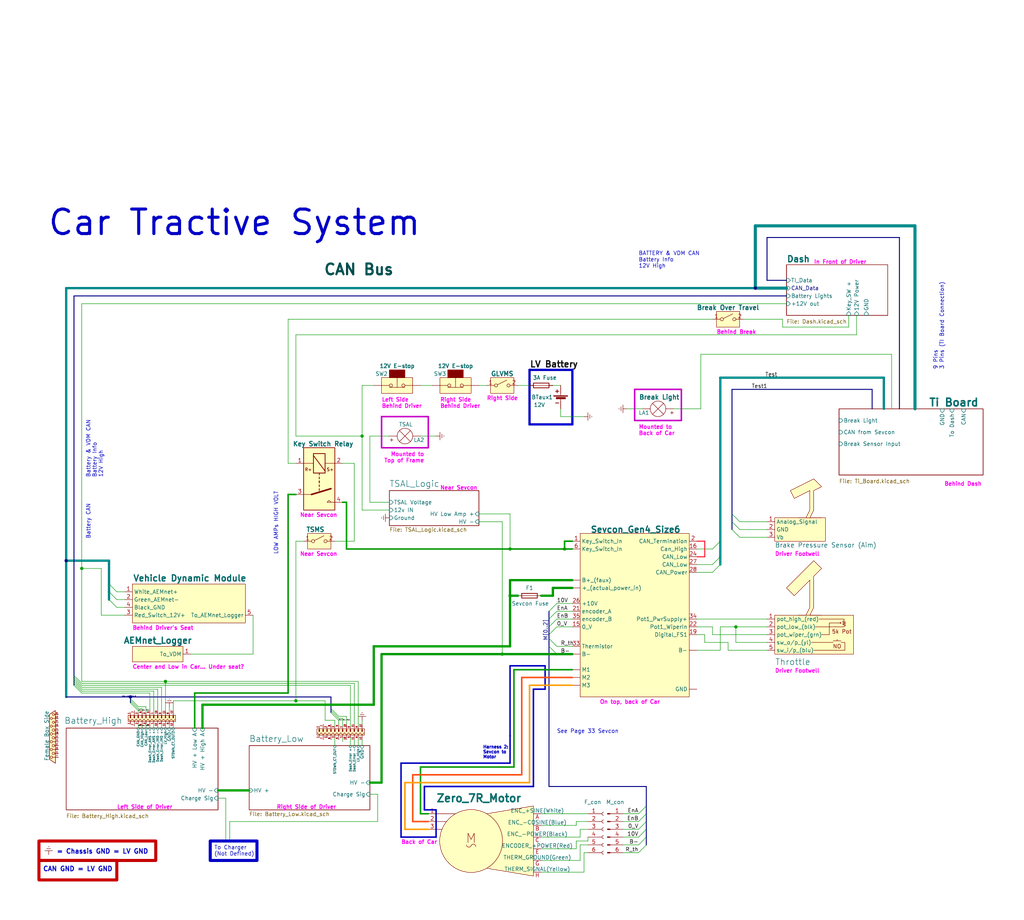
<source format=kicad_sch>
(kicad_sch (version 20230121) (generator eeschema)
  (paper "User" 334.01 300.025)
  (title_block (title "Tractive System") (date "2023-05-03") (rev "Print 1"))
  (lib_symbols
    (symbol "CamachosSymbols:SW_SPST" (pin_names (offset 0) hide)
      (property "Reference" "SW" (at 0 3.175 0))
      (property "Value" "SW_SPST" (at 0 -2.54 0))
      (symbol "SW_SPST_1_1"
        (pin passive line (at -5.08 0 0) (length 2.54) (name "A") (number "1"))
        (pin passive line (at 5.08 0 180) (length 2.54) (name "B") (number "2"))
      )
    )
    (symbol "CamachosSymbols:Safety Switch" (pin_numbers hide) (pin_names (offset 1.016) hide)
      (property "Reference" "SW?" (at 0 7.62 0))
      (property "Value" "Safety Switch" (at 0 6.35 0))
      (symbol "Safety Switch_0_1"
        (pin passive line (at -7.62 0 0) (length 2.54) (name "A") (number "1"))
      )
      (symbol "Safety Switch_1_1"
        (pin passive line (at 7.62 0 180) (length 2.54) (name "B") (number "2"))
      )
    )
    (symbol "CamachosSymbols:Sevcon_Gen4_Size6"
      (property "Value" "Sevcon_Gen4_Size6" (at 10.16 16.51 0))
      (symbol "Sevcon_Gen4_Size6_1_1"
        (pin passive line (at -20.32 -2.54 0) (length 2.54) (name "+_(actual_power_in)") (number ""))
        (pin passive line (at -20.32 0 0) (length 2.54) (name "B+_(faux)") (number ""))
        (pin passive line (at -20.32 -24.13 0) (length 2.54) (name "B-") (number ""))
        (pin passive line (at 20.32 -22.86 180) (length 2.54) (name "B-") (number ""))
        (pin passive line (at 20.32 -35.56 180) (length 2.54) (name "GND") (number ""))
        (pin passive line (at -20.32 -29.21 0) (length 2.54) (name "M1") (number ""))
        (pin passive line (at -20.32 -31.75 0) (length 2.54) (name "M2") (number ""))
        (pin passive line (at -20.32 -34.29 0) (length 2.54) (name "M3") (number ""))
        (pin passive line (at -20.32 12.7 0) (length 2.54) (name "Key_Switch_In") (number "1"))
        (pin passive line (at -20.32 -15.24 0) (length 2.54) (name "0_V") (number "15"))
        (pin passive line (at 20.32 10.16 180) (length 2.54) (name "Can_High") (number "16"))
        (pin passive line (at 20.32 -17.78 180) (length 2.54) (name "Digital_FS1") (number "19"))
        (pin passive line (at 20.32 12.7 180) (length 2.54) (name "CAN_Termination") (number "2"))
        (pin passive line (at -20.32 -10.16 0) (length 2.54) (name "encoder_A") (number "21"))
        (pin passive line (at 20.32 -15.24 180) (length 2.54) (name "Pot1_WiperIn") (number "22"))
        (pin passive line (at 20.32 7.62 180) (length 2.54) (name "CAN_Low") (number "24"))
        (pin passive line (at -20.32 -7.62 0) (length 2.54) (name "+10V") (number "26"))
        (pin passive line (at 20.32 5.08 180) (length 2.54) (name "CAN_Low") (number "27"))
        (pin passive line (at 20.32 2.54 180) (length 2.54) (name "CAN_Power") (number "28"))
        (pin passive line (at -20.32 7.62 0) (length 2.54) hide (name "Line_Contactor_(Cont1)") (number "3"))
        (pin passive line (at -20.32 -21.59 0) (length 2.54) (name "Thermistor") (number "33"))
        (pin passive line (at 20.32 -12.7 180) (length 2.54) (name "Pot1_PwrSupply+") (number "34"))
        (pin passive line (at -20.32 -12.7 0) (length 2.54) (name "encoder_B") (number "35"))
        (pin passive line (at -20.32 5.08 0) (length 2.54) hide (name "Cont1_Supply_(+)") (number "4"))
        (pin passive line (at -20.32 10.16 0) (length 2.54) (name "Key_Switch_In") (number "6"))
      )
    )
    (symbol "CamachosSymbols:Throttle"
      (property "Value" "Throttle" (at 12.7 11.43 0))
      (symbol "Throttle_0_0"
        (text "5k Pot" (at 14.224 -2.794 0) (effects (font (size 1.27 1.27))))
        (text "NO" (at 12.7 -7.62 0) (effects (font (size 1.27 1.27))))
      )
      (symbol "Throttle_1_1"
        (pin passive line (at -10.16 1.27 0) (length 2.54) (name "pot_high_(red)") (number "1"))
        (pin passive line (at -10.16 -1.27 0) (length 2.54) (name "pot_low_(blk)") (number "2"))
        (pin passive line (at -10.16 -3.81 0) (length 2.54) (name "pot_wiper_(grn)") (number "3"))
        (pin passive line (at -10.16 -6.35 0) (length 2.54) (name "sw_o/p_(yl)") (number "4"))
        (pin passive line (at -10.16 -8.89 0) (length 2.54) (name "sw_i/p_(blu)") (number "5"))
      )
    )
    (symbol "CamachosSymbols:Zero_7R_Motor" (pin_names (offset 0))
      (property "Reference" "M?" (at -0.635 16.51 0))
      (property "Value" "Zero_7R_Motor" (at -0.635 13.97 0))
      (symbol "Zero_7R_Motor_1_1"
        (pin passive line (at 16.51 8.89 180) (length 2.54) (name "~") (number "1"))
        (pin passive line (at 16.51 6.35 180) (length 2.54) (name "~") (number "2"))
        (pin passive line (at 16.51 3.81 180) (length 2.54) (name "~") (number "3"))
        (pin passive line (at -20.32 8.89 0) (length 2.54) (name "ENC_+SINE(White)") (number "A"))
        (pin passive line (at -20.32 5.08 0) (length 2.54) (name "ENC_-COSINE(Blue)") (number "B"))
        (pin passive line (at -20.32 1.27 0) (length 2.54) (name "ENC_-POWER(Black)") (number "C"))
        (pin passive line (at -20.32 -2.54 0) (length 2.54) (name "ENCODER_+POWER(Red)") (number "E"))
        (pin passive line (at -20.32 -6.35 0) (length 2.54) (name "THERM_GROUND(Green)") (number "G"))
        (pin passive line (at -20.32 -10.16 0) (length 2.54) (name "THERM_SIGNAL(Yellow)") (number "H"))
      )
    )
    (symbol "Connector:Conn_01x06_Female" (pin_names (offset 1.016) hide)
      (property "Reference" "J" (at 0 7.62 0))
      (property "Value" "Conn_01x06_Female" (at 0 -10.16 0))
      (symbol "Conn_01x06_Female_1_1"
        (pin passive line (at -5.08 5.08 0) (length 3.81) (name "Pin_1") (number "1"))
        (pin passive line (at -5.08 2.54 0) (length 3.81) (name "Pin_2") (number "2"))
        (pin passive line (at -5.08 0 0) (length 3.81) (name "Pin_3") (number "3"))
        (pin passive line (at -5.08 -2.54 0) (length 3.81) (name "Pin_4") (number "4"))
        (pin passive line (at -5.08 -5.08 0) (length 3.81) (name "Pin_5") (number "5"))
        (pin passive line (at -5.08 -7.62 0) (length 3.81) (name "Pin_6") (number "6"))
      )
    )
    (symbol "Connector:Conn_01x06_Male" (pin_names (offset 1.016) hide)
      (property "Reference" "J" (at 0 7.62 0))
      (property "Value" "Conn_01x06_Male" (at 0 -10.16 0))
      (symbol "Conn_01x06_Male_1_1"
        (pin passive line (at 5.08 5.08 180) (length 3.81) (name "Pin_1") (number "1"))
        (pin passive line (at 5.08 2.54 180) (length 3.81) (name "Pin_2") (number "2"))
        (pin passive line (at 5.08 0 180) (length 3.81) (name "Pin_3") (number "3"))
        (pin passive line (at 5.08 -2.54 180) (length 3.81) (name "Pin_4") (number "4"))
        (pin passive line (at 5.08 -5.08 180) (length 3.81) (name "Pin_5") (number "5"))
        (pin passive line (at 5.08 -7.62 180) (length 3.81) (name "Pin_6") (number "6"))
      )
    )
    (symbol "Connector:Conn_01x06_Pin" (pin_names (offset 1.016) hide)
      (symbol "Conn_01x06_Pin_1_1"
        (pin passive line (at -1.778 6.35 0) (length 0.5) (name "Pin_1") (number "1"))
        (pin passive line (at 2.032 6.35 180) (length 0.5) (name "Pin_1") (number "1"))
        (pin passive line (at -2.413 -2.54 0) (length 1) (name "Pin_4") (number "10"))
        (pin passive line (at 2.667 -2.54 180) (length 1) (name "Pin_4") (number "10"))
        (pin passive line (at -2.413 -5.08 0) (length 1) (name "Pin_5") (number "11"))
        (pin passive line (at 2.667 -5.08 180) (length 1) (name "Pin_5") (number "11"))
        (pin passive line (at -2.413 -7.62 0) (length 1) (name "Pin_6") (number "12"))
        (pin passive line (at 2.667 -7.62 180) (length 1) (name "Pin_6") (number "12"))
        (pin passive line (at -1.778 3.81 0) (length 0.5) (name "Pin_2") (number "2"))
        (pin passive line (at 2.032 3.81 180) (length 0.5) (name "Pin_2") (number "2"))
        (pin passive line (at -1.778 1.27 0) (length 0.5) (name "Pin_3") (number "3"))
        (pin passive line (at 2.032 1.27 180) (length 0.5) (name "Pin_3") (number "3"))
        (pin passive line (at -1.778 -1.27 0) (length 0.5) (name "Pin_4") (number "4"))
        (pin passive line (at 2.032 -1.27 180) (length 0.5) (name "Pin_4") (number "4"))
        (pin passive line (at -1.778 -3.81 0) (length 0.5) (name "Pin_5") (number "5"))
        (pin passive line (at 2.032 -3.81 180) (length 0.5) (name "Pin_5") (number "5"))
        (pin passive line (at -1.778 -6.35 0) (length 0.5) (name "Pin_6") (number "6"))
        (pin passive line (at 2.032 -6.35 180) (length 0.5) (name "Pin_6") (number "6"))
        (pin passive line (at -2.413 5.08 0) (length 1) (name "Pin_1") (number "7"))
        (pin passive line (at 2.667 5.08 180) (length 1) (name "Pin_1") (number "7"))
        (pin passive line (at -2.413 2.54 0) (length 1) (name "Pin_2") (number "8"))
        (pin passive line (at 2.667 2.54 180) (length 1) (name "Pin_2") (number "8"))
        (pin passive line (at -2.413 0 0) (length 1) (name "Pin_3") (number "9"))
        (pin passive line (at 2.667 0 180) (length 1) (name "Pin_3") (number "9"))
      )
    )
    (symbol "Connector:DA15_Receptacle" (pin_names (offset 1.016) hide)
      (property "Value" "Female Box Side" (at -7.62 -3.81 0))
      (symbol "DA15_Receptacle_1_1"
        (pin passive line (at 6.35 0.0348 270) (length 1) (name "1") (number "1"))
        (pin passive line (at 0 0.0348 270) (length 1) (name "P10") (number "10"))
        (pin passive line (at -2.54 0.0348 270) (length 1) (name "") (number "11"))
        (pin passive line (at -5.08 0 270) (length 1) (name "P12") (number "12"))
        (pin passive line (at 3.81 0 270) (length 1) (name "2") (number "2"))
        (pin passive line (at 1.27 0 270) (length 1) (name "3") (number "3"))
        (pin passive line (at -1.27 0 270) (length 1) (name "4") (number "4"))
        (pin passive line (at -3.81 0 270) (length 1) (name "5") (number "5"))
        (pin passive line (at -6.35 0 270) (length 1) (name "6") (number "6"))
        (pin passive line (at 7.62 0 270) (length 1) (name "7") (number "7"))
        (pin passive line (at 5.08 0.0348 270) (length 1) (name "8") (number "8"))
        (pin passive line (at 2.54 0.0348 270) (length 1) (name "P9") (number "9"))
      )
    )
    (symbol "Device:Battery_Cell" (pin_numbers hide) (pin_names (offset 0) hide)
      (property "Reference" "BTaux1" (at 2.54 1.27 0))
      (property "Value" "12V" (at 5.08 -1.27 0))
      (symbol "Battery_Cell_1_1"
        (pin passive line (at 0 5.08 270) (length 2.54) (name "+") (number "1"))
        (pin passive line (at 0 -2.54 90) (length 2.54) (name "-") (number "2"))
      )
    )
    (symbol "Device:Fuse" (pin_numbers hide) (pin_names (offset 0))
      (property "Reference" "F" (at 2.032 0 90))
      (property "Value" "Fuse" (at -1.905 0 90))
      (symbol "Fuse_1_1"
        (pin passive line (at 0 3.81 270) (length 1.27) (name "~") (number "1"))
        (pin passive line (at 0 -3.81 90) (length 1.27) (name "~") (number "2"))
      )
    )
    (symbol "Lamp_4" (pin_numbers hide) (pin_names (offset 0.0254) hide)
      (property "Reference" "LA4" (at 6.35 1.27 0))
      (property "Value" "Keyswitch Light" (at 7.62 -3.81 0))
      (symbol "Lamp_4_0_0"
        (text "+" (at -4.445 1.27 900) (effects (font (size 1.27 1.27))))
      )
      (symbol "Lamp_4_1_1"
        (pin passive line (at 5.08 0 180) (length 2.54) (name "-") (number "1"))
        (pin passive line (at -5.08 0 0) (length 2.54) (name "+") (number "2"))
      )
    )
    (symbol "Relay:ADW11"
      (property "Reference" "K?" (at -2.54 15.24 0))
      (property "Value" "Line Contactor" (at 1.27 12.7 0))
      (symbol "ADW11_1_1"
        (text "R+" (at -2.286 4.318 0) (effects (font (size 1.016 1.016))))
        (text "S+" (at 4.826 4.318 0) (effects (font (size 1.016 1.016))))
        (pin passive line (at -6.35 6.35 0) (length 2.54) (name "~") (number "1"))
        (pin passive line (at 8.89 6.35 180) (length 2.54) (name "~") (number "2"))
        (pin passive line (at -6.35 -3.81 0) (length 2.54) (name "~") (number "3"))
        (pin passive line (at 8.89 -6.35 180) (length 2.54) (name "~") (number "4"))
      )
    )
    (symbol "Sevcon_Gen4_Size6_1"
      (property "Value" "Vehicle Dynamic Module" (at 19.685 8.255 0))
      (symbol "Sevcon_Gen4_Size6_1_1_1"
        (pin bidirectional line (at -20.32 3.81 0) (length 2.54) (name "White_AEMnet+") (number "1"))
        (pin bidirectional line (at -20.32 1.27 0) (length 2.54) (name "Green_AEMnet-") (number "2"))
        (pin input line (at -20.32 -3.81 0) (length 2.54) (name "Red_Switch_12V+") (number "3"))
        (pin input line (at -20.32 -1.27 0) (length 2.54) (name "Black_GND") (number "4"))
        (pin bidirectional line (at 21.59 -3.81 180) (length 2.54) (name "To_AEMnet_Logger") (number "5"))
      )
    )
    (symbol "Sevcon_Gen4_Size6_2"
      (property "Value" "AEMnet_Logger" (at 12.065 4.445 0))
      (symbol "Sevcon_Gen4_Size6_2_1_1"
        (pin bidirectional line (at 11.43 0 180) (length 2.54) (name "To_VDM") (number "1"))
      )
    )
    (symbol "Throttle_1"
      (property "Value" "Brake (AiM Pressure Sensor)" (at -6.35 6.35 0))
      (symbol "Throttle_1_1_1"
        (pin passive line (at -10.16 1.27 0) (length 2.54) (name "Analog_Signal") (number "1"))
        (pin passive line (at -10.16 -1.27 0) (length 2.54) (name "GND") (number "2"))
        (pin passive line (at -10.16 -3.81 0) (length 2.54) (name "Vb") (number "3"))
      )
    )
    (symbol "power:Earth" (power) (pin_names (offset 0))
      (symbol "Earth_1_1"
        (pin power_in line (at 0 0 270) (length 0) hide (name "Earth") (number "1"))
      )
    )
  )
  (bus_alias "Temp?" (members "Test" "Test1"))
  (junction (at 118.11 142.24))
  (junction (at 26.67 185.42))
  (junction (at 240.03 204.47))
  (junction (at 246.38 93.98))
  (junction (at 42.545 227.33))
  (junction (at 166.37 194.31))
  (junction (at 184.15 179.07))
  (junction (at 166.37 179.07))
  (junction (at 96.52 228.6))
  (junction (at 53.975 222.25))
  (junction (at 21.59 182.88))
  (junction (at 163.83 213.36))
  (bus_entry (at 35.56 190.5) (size 2.54 2.54))
  (bus_entry (at 179.07 204.47) (size 2.54 -2.54))
  (bus_entry (at 42.545 228.6) (size 2.54 2.54))
  (bus_entry (at 107.95 231.775) (size 2.54 2.54))
  (bus_entry (at 24.13 220.345) (size 2.54 2.54))
  (bus_entry (at 232.41 184.15) (size 2.54 -2.54))
  (bus_entry (at 232.41 186.69) (size 2.54 -2.54))
  (bus_entry (at 210.82 275.59) (size -2.54 2.54))
  (bus_entry (at 179.07 207.01) (size 2.54 -2.54))
  (bus_entry (at 210.82 265.43) (size -2.54 2.54))
  (bus_entry (at 210.82 273.05) (size -2.54 2.54))
  (bus_entry (at 24.13 221.615) (size 2.54 2.54))
  (bus_entry (at 210.82 267.97) (size -2.54 2.54))
  (bus_entry (at 24.13 222.25) (size 2.54 2.54))
  (bus_entry (at 35.56 193.04) (size 2.54 2.54))
  (bus_entry (at 238.76 170.18) (size 2.54 2.54))
  (bus_entry (at 179.07 199.39) (size 2.54 -2.54))
  (bus_entry (at 179.07 201.93) (size 2.54 -2.54))
  (bus_entry (at 35.56 195.58) (size 2.54 2.54))
  (bus_entry (at 210.82 262.89) (size -2.54 2.54))
  (bus_entry (at 210.82 270.51) (size -2.54 2.54))
  (bus_entry (at 107.95 232.41) (size 2.54 2.54))
  (bus_entry (at 24.13 220.98) (size 2.54 2.54))
  (bus_entry (at 238.76 167.64) (size 2.54 2.54))
  (bus_entry (at 107.95 231.14) (size 2.54 2.54))
  (bus_entry (at 181.61 210.82) (size -2.54 -2.54))
  (bus_entry (at 24.13 223.52) (size 2.54 2.54))
  (bus_entry (at 24.13 222.885) (size 2.54 2.54))
  (bus_entry (at 238.76 172.72) (size 2.54 2.54))
  (bus_entry (at 42.545 229.235) (size 2.54 2.54))
  (bus_entry (at 42.545 227.965) (size 2.54 2.54))
  (bus_entry (at 179.07 210.82) (size 2.54 2.54))
  (bus_entry (at 232.41 179.07) (size 2.54 -2.54))
  (wire (pts (xy 93.98 161.29) (xy 93.98 226.06)) (stroke (width 0.5)))
  (polyline (pts (xy 166.37 240.03) (xy 166.37 248.92)) (stroke (width 0.5)))
  (bus (pts (xy 210.82 273.05) (xy 210.82 275.59)))
  (wire (pts (xy 111.76 240.665) (xy 111.76 241.935)))
  (wire (pts (xy 74.93 267.97) (xy 74.93 274.32)))
  (wire (pts (xy 118.11 125.73) (xy 121.92 125.73)))
  (wire (pts (xy 93.98 151.13) (xy 93.98 104.14)))
  (wire (pts (xy 190.5 278.13) (xy 190.5 284.48)))
  (wire (pts (xy 250.19 212.09) (xy 237.49 212.09)))
  (polyline (pts (xy 138.43 264.16) (xy 138.43 260.35)) (stroke (width 0.5)))
  (bus (pts (xy 238.76 167.64) (xy 238.76 170.18)))
  (wire (pts (xy 26.67 224.79) (xy 51.435 224.79)))
  (wire (pts (xy 26.67 226.06) (xy 48.895 226.06)))
  (wire (pts (xy 189.23 270.51) (xy 191.77 270.51)))
  (wire (pts (xy 73.66 260.35) (xy 73.66 274.32)))
  (wire (pts (xy 234.95 204.47) (xy 234.95 212.09)))
  (wire (pts (xy 118.11 166.37) (xy 127 166.37)))
  (wire (pts (xy 184.15 176.53) (xy 186.69 176.53)) (stroke (width 0.5)))
  (bus (pts (xy 234.95 176.53) (xy 234.95 181.61)) (stroke (width 0.75) (color 0 132 132 1)))
  (wire (pts (xy 208.28 273.05) (xy 203.2 273.05)))
  (bus (pts (xy 250.19 77.47) (xy 293.37 77.47)))
  (wire (pts (xy 227.33 179.07) (xy 232.41 179.07)))
  (polyline (pts (xy 138.43 256.54) (xy 138.43 260.35)) (stroke (width 0.5)))
  (wire (pts (xy 52.705 236.22) (xy 52.705 237.49)))
  (wire (pts (xy 191.77 278.13) (xy 190.5 278.13)))
  (bus (pts (xy 21.59 182.88) (xy 35.56 182.88)) (stroke (width 0.75) (color 0 132 132 1)))
  (wire (pts (xy 181.61 196.85) (xy 186.69 196.85)))
  (wire (pts (xy 38.1 198.12) (xy 40.64 198.12)))
  (polyline (pts (xy 166.37 217.17) (xy 177.8 217.17)) (stroke (width 0.5)))
  (wire (pts (xy 26.67 225.425) (xy 50.165 225.425)))
  (wire (pts (xy 191.77 265.43) (xy 176.53 265.43)))
  (wire (pts (xy 181.61 204.47) (xy 186.69 204.47)))
  (polyline (pts (xy 173.99 224.79) (xy 177.8 224.79)) (stroke (width 0.5)))
  (wire (pts (xy 116.84 222.25) (xy 116.84 236.855)))
  (polyline (pts (xy 186.69 138.43) (xy 186.69 120.65)) (stroke (width 0.75) (type solid)))
  (bus (pts (xy 24.13 220.345) (xy 24.13 220.98)))
  (bus (pts (xy 179.07 210.82) (xy 179.07 256.54)))
  (wire (pts (xy 240.03 204.47) (xy 250.19 204.47)))
  (bus (pts (xy 298.45 73.66) (xy 298.45 133.35)) (stroke (width 1) (color 0 132 132 1)))
  (bus (pts (xy 107.95 231.14) (xy 107.95 231.775)))
  (polyline (pts (xy 173.99 224.79) (xy 173.99 256.54)) (stroke (width 0.5)))
  (wire (pts (xy 53.975 236.855) (xy 53.975 237.49)))
  (wire (pts (xy 113.03 163.83) (xy 111.76 163.83)) (stroke (width 0.5)))
  (polyline (pts (xy 166.37 248.92) (xy 130.81 248.92)) (stroke (width 0.5)))
  (wire (pts (xy 187.96 269.24) (xy 187.96 267.97)))
  (wire (pts (xy 172.72 255.27) (xy 132.08 255.27)) (stroke (width 0.5) (color 255 153 0 1)))
  (wire (pts (xy 26.67 222.25) (xy 53.975 222.25)))
  (wire (pts (xy 26.67 99.06) (xy 26.67 185.42)))
  (wire (pts (xy 62.23 213.36) (xy 82.55 213.36)))
  (wire (pts (xy 181.61 213.36) (xy 186.69 213.36)) (stroke (width 0.75)))
  (wire (pts (xy 137.16 125.73) (xy 140.97 125.73)))
  (wire (pts (xy 93.98 161.29) (xy 96.52 161.29)) (stroke (width 0.5)))
  (wire (pts (xy 63.5 226.06) (xy 63.5 237.49)) (stroke (width 0.5)))
  (wire (pts (xy 120.65 255.27) (xy 124.46 255.27)) (stroke (width 0.75)))
  (bus (pts (xy 250.19 91.44) (xy 256.54 91.44)))
  (wire (pts (xy 187.96 274.32) (xy 187.96 276.86)))
  (wire (pts (xy 53.975 222.25) (xy 116.84 222.25)))
  (wire (pts (xy 166.37 189.23) (xy 166.37 194.31)) (stroke (width 0.75)))
  (wire (pts (xy 209.55 133.35) (xy 204.47 133.35)))
  (wire (pts (xy 40.64 200.66) (xy 33.02 200.66)))
  (wire (pts (xy 46.355 231.14) (xy 46.355 231.775)))
  (wire (pts (xy 45.085 236.22) (xy 45.085 237.49)))
  (polyline (pts (xy 138.43 256.54) (xy 173.99 256.54)) (stroke (width 0.5)))
  (wire (pts (xy 189.23 273.05) (xy 176.53 273.05)))
  (wire (pts (xy 114.3 223.52) (xy 114.3 236.855)))
  (wire (pts (xy 232.41 207.01) (xy 250.19 207.01)))
  (wire (pts (xy 26.67 185.42) (xy 26.67 222.25)))
  (wire (pts (xy 26.67 222.885) (xy 115.57 222.885)))
  (wire (pts (xy 163.83 213.36) (xy 165.1 213.36)))
  (wire (pts (xy 47.625 230.505) (xy 47.625 232.41)))
  (wire (pts (xy 227.33 186.69) (xy 232.41 186.69)))
  (bus (pts (xy 42.545 227.33) (xy 107.95 227.33)))
  (wire (pts (xy 186.69 191.77) (xy 180.34 191.77)) (stroke (width 0.75)))
  (wire (pts (xy 51.435 236.855) (xy 51.435 237.49)))
  (wire (pts (xy 180.34 191.77) (xy 180.34 194.31)) (stroke (width 0.75)))
  (wire (pts (xy 127 142.24) (xy 120.65 142.24)))
  (wire (pts (xy 181.61 210.82) (xy 186.69 210.82)))
  (wire (pts (xy 156.21 170.18) (xy 163.83 170.18)))
  (wire (pts (xy 227.33 181.61) (xy 229.87 181.61)) (stroke (width 0.3) (color 255 0 24 1)))
  (wire (pts (xy 167.64 218.44) (xy 186.69 218.44)) (stroke (width 0.5)))
  (bus (pts (xy 210.82 265.43) (xy 210.82 267.97)))
  (wire (pts (xy 106.045 234.95) (xy 106.045 228.6)))
  (wire (pts (xy 227.33 207.01) (xy 229.87 207.01)))
  (wire (pts (xy 172.72 223.52) (xy 172.72 255.27)) (stroke (width 0.5) (color 255 153 0 1)))
  (wire (pts (xy 118.11 142.24) (xy 118.11 125.73)))
  (wire (pts (xy 33.02 185.42) (xy 33.02 200.66)))
  (wire (pts (xy 71.12 260.35) (xy 73.66 260.35)))
  (wire (pts (xy 93.98 104.14) (xy 232.41 104.14)))
  (wire (pts (xy 168.91 125.73) (xy 172.72 125.73)))
  (wire (pts (xy 168.91 194.31) (xy 166.37 194.31)) (stroke (width 0.75)))
  (polyline (pts (xy 177.8 217.17) (xy 177.8 224.79)) (stroke (width 0.5)))
  (wire (pts (xy 120.65 142.24) (xy 120.65 163.83)))
  (wire (pts (xy 189.23 275.59) (xy 189.23 280.67)))
  (wire (pts (xy 73.66 274.32) (xy 74.93 274.32)))
  (wire (pts (xy 114.3 240.665) (xy 114.3 243.205)))
  (wire (pts (xy 38.1 193.04) (xy 40.64 193.04)))
  (wire (pts (xy 93.98 226.06) (xy 63.5 226.06)) (stroke (width 0.5)))
  (wire (pts (xy 51.435 224.79) (xy 51.435 231.775)))
  (wire (pts (xy 26.67 223.52) (xy 114.3 223.52)))
  (bus (pts (xy 35.56 190.5) (xy 35.56 193.04)) (stroke (width 0.75) (color 0 132 132 1)))
  (wire (pts (xy 110.49 233.68) (xy 113.03 233.68)))
  (wire (pts (xy 187.96 269.24) (xy 176.53 269.24)))
  (wire (pts (xy 229.87 209.55) (xy 237.49 209.55)))
  (wire (pts (xy 45.085 231.775) (xy 45.085 232.41)))
  (wire (pts (xy 115.57 222.885) (xy 115.57 236.22)))
  (wire (pts (xy 47.625 236.22) (xy 47.625 237.49)))
  (bus (pts (xy 24.13 221.615) (xy 24.13 222.25)))
  (wire (pts (xy 26.67 99.06) (xy 256.54 99.06)))
  (wire (pts (xy 123.19 259.08) (xy 123.19 267.97)))
  (wire (pts (xy 46.355 236.855) (xy 46.355 237.49)))
  (bus (pts (xy 210.82 262.89) (xy 210.82 265.43)))
  (wire (pts (xy 55.245 236.22) (xy 55.245 237.49)))
  (wire (pts (xy 116.84 240.665) (xy 116.84 243.205)))
  (wire (pts (xy 50.165 225.425) (xy 50.165 232.41)))
  (bus (pts (xy 42.545 228.6) (xy 42.545 229.235)))
  (wire (pts (xy 191.77 274.32) (xy 187.96 274.32)))
  (bus (pts (xy 234.95 181.61) (xy 234.95 184.15)) (stroke (width 0.75) (color 0 132 132 1)))
  (wire (pts (xy 134.62 252.73) (xy 170.18 252.73)) (stroke (width 0.5) (color 255 74 14 1)))
  (wire (pts (xy 208.28 275.59) (xy 203.2 275.59)))
  (wire (pts (xy 237.49 212.09) (xy 237.49 209.55)))
  (wire (pts (xy 203.2 278.13) (xy 208.28 278.13)))
  (wire (pts (xy 96.52 142.24) (xy 118.11 142.24)))
  (polyline (pts (xy 172.72 120.65) (xy 172.72 138.43)) (stroke (width 0.75) (type solid)))
  (wire (pts (xy 132.08 255.27) (xy 132.08 270.51)) (stroke (width 0.5) (color 255 153 0 1)))
  (wire (pts (xy 170.18 220.98) (xy 186.69 220.98)) (stroke (width 0.5) (color 255 74 14 1)))
  (wire (pts (xy 255.27 104.14) (xy 242.57 104.14)))
  (wire (pts (xy 56.515 228.6) (xy 56.515 231.775)))
  (wire (pts (xy 290.83 115.57) (xy 290.83 133.35)))
  (wire (pts (xy 50.165 236.22) (xy 50.165 237.49)))
  (bus (pts (xy 179.07 199.39) (xy 179.07 201.93)))
  (wire (pts (xy 208.28 270.51) (xy 203.2 270.51)))
  (wire (pts (xy 137.16 142.24) (xy 142.24 142.24)))
  (bus (pts (xy 21.59 182.88) (xy 21.59 227.33)) (stroke (width 0.75) (color 0 132 132 1)))
  (wire (pts (xy 96.52 142.24) (xy 96.52 109.22)))
  (bus (pts (xy 210.82 267.97) (xy 210.82 270.51)))
  (wire (pts (xy 240.03 209.55) (xy 240.03 204.47)))
  (wire (pts (xy 93.98 151.13) (xy 96.52 151.13)))
  (wire (pts (xy 134.62 252.73) (xy 134.62 267.97)) (stroke (width 0.5) (color 255 74 14 1)))
  (wire (pts (xy 124.46 255.27) (xy 124.46 213.36)) (stroke (width 0.75)))
  (wire (pts (xy 48.895 226.06) (xy 48.895 231.775)))
  (wire (pts (xy 96.52 176.53) (xy 96.52 228.6)))
  (wire (pts (xy 241.3 172.72) (xy 250.19 172.72)))
  (wire (pts (xy 189.23 273.05) (xy 189.23 270.51)))
  (bus (pts (xy 107.95 231.775) (xy 107.95 232.41)))
  (polyline (pts (xy 130.81 248.92) (xy 130.81 273.05)) (stroke (width 0.5)))
  (wire (pts (xy 228.6 115.57) (xy 290.83 115.57)))
  (polyline (pts (xy 142.24 273.05) (xy 142.24 264.16)) (stroke (width 0.5)))
  (bus (pts (xy 107.95 227.33) (xy 107.95 231.14)))
  (bus (pts (xy 179.07 207.01) (xy 179.07 208.28)))
  (bus (pts (xy 24.13 96.52) (xy 256.54 96.52)))
  (bus (pts (xy 24.13 96.52) (xy 24.13 220.345)))
  (bus (pts (xy 179.07 201.93) (xy 179.07 204.47)))
  (wire (pts (xy 176.53 194.31) (xy 180.34 194.31)) (stroke (width 0.75)))
  (bus (pts (xy 179.07 204.47) (xy 179.07 207.01)))
  (wire (pts (xy 113.03 233.68) (xy 113.03 236.22)))
  (wire (pts (xy 180.34 125.73) (xy 182.88 125.73)))
  (bus (pts (xy 24.13 222.25) (xy 24.13 222.885)))
  (bus (pts (xy 288.29 123.19) (xy 288.29 133.35)) (stroke (width 0.75) (color 0 132 132 1)))
  (wire (pts (xy 45.085 230.505) (xy 47.625 230.505)))
  (wire (pts (xy 96.52 176.53) (xy 99.06 176.53)))
  (bus (pts (xy 179.07 256.54) (xy 210.82 256.54)))
  (wire (pts (xy 181.61 199.39) (xy 186.69 199.39)))
  (wire (pts (xy 228.6 133.35) (xy 228.6 115.57)))
  (wire (pts (xy 167.64 250.19) (xy 137.16 250.19)) (stroke (width 0.5)))
  (wire (pts (xy 229.87 176.53) (xy 229.87 181.61)) (stroke (width 0.3) (color 255 0 24 1)))
  (wire (pts (xy 227.33 201.93) (xy 250.19 201.93)))
  (polyline (pts (xy 130.81 273.05) (xy 142.24 273.05)) (stroke (width 0.5)))
  (bus (pts (xy 35.56 182.88) (xy 35.56 190.5)) (stroke (width 0.75) (color 0 132 132 1)))
  (wire (pts (xy 189.23 280.67) (xy 176.53 280.67)))
  (wire (pts (xy 234.95 212.09) (xy 227.33 212.09)))
  (wire (pts (xy 66.04 229.87) (xy 66.04 237.49)) (stroke (width 0.75)))
  (bus (pts (xy 234.95 123.19) (xy 234.95 176.53)) (stroke (width 0.75) (color 0 132 132 1)))
  (wire (pts (xy 250.19 209.55) (xy 240.03 209.55)))
  (wire (pts (xy 190.5 284.48) (xy 176.53 284.48)))
  (wire (pts (xy 55.245 230.505) (xy 55.245 232.41)))
  (wire (pts (xy 227.33 184.15) (xy 232.41 184.15)))
  (wire (pts (xy 187.96 267.97) (xy 191.77 267.97)))
  (wire (pts (xy 208.28 267.97) (xy 203.2 267.97)))
  (wire (pts (xy 121.92 210.82) (xy 166.37 210.82)) (stroke (width 0.75)))
  (wire (pts (xy 172.72 223.52) (xy 186.69 223.52)) (stroke (width 0.5) (color 255 153 0 1)))
  (wire (pts (xy 181.61 201.93) (xy 186.69 201.93)))
  (wire (pts (xy 110.49 234.315) (xy 111.76 234.315)))
  (wire (pts (xy 26.67 185.42) (xy 33.02 185.42)))
  (wire (pts (xy 250.19 170.18) (xy 241.3 170.18)))
  (wire (pts (xy 255.27 106.68) (xy 276.86 106.68)))
  (wire (pts (xy 234.95 204.47) (xy 240.03 204.47)))
  (wire (pts (xy 276.86 106.68) (xy 276.86 102.87)))
  (wire (pts (xy 137.16 265.43) (xy 139.7 265.43)) (stroke (width 0.5)))
  (wire (pts (xy 232.41 204.47) (xy 232.41 207.01)))
  (wire (pts (xy 255.27 104.14) (xy 255.27 106.68)))
  (wire (pts (xy 156.21 167.64) (xy 166.37 167.64)))
  (wire (pts (xy 106.045 228.6) (xy 96.52 228.6)))
  (wire (pts (xy 111.76 234.315) (xy 111.76 236.855)))
  (wire (pts (xy 120.65 259.08) (xy 123.19 259.08)))
  (wire (pts (xy 113.03 179.07) (xy 113.03 163.83)) (stroke (width 0.5)))
  (wire (pts (xy 110.49 234.95) (xy 110.49 236.22)))
  (wire (pts (xy 113.03 179.07) (xy 166.37 179.07)) (stroke (width 0.5)))
  (polyline (pts (xy 172.72 120.65) (xy 186.69 120.65)) (stroke (width 0.75) (type solid)))
  (wire (pts (xy 227.33 204.47) (xy 232.41 204.47)))
  (bus (pts (xy 21.59 93.98) (xy 21.59 182.88)) (stroke (width 0.75) (color 0 132 132 1)))
  (wire (pts (xy 190.5 135.89) (xy 182.88 135.89)))
  (wire (pts (xy 120.65 163.83) (xy 127 163.83)))
  (wire (pts (xy 109.22 176.53) (xy 115.57 176.53)))
  (wire (pts (xy 123.19 267.97) (xy 74.93 267.97)))
  (wire (pts (xy 170.18 252.73) (xy 170.18 220.98)) (stroke (width 0.5) (color 255 74 14 1)))
  (wire (pts (xy 96.52 109.22) (xy 279.4 109.22)))
  (bus (pts (xy 210.82 270.51) (xy 210.82 273.05)))
  (wire (pts (xy 227.33 176.53) (xy 229.87 176.53)) (stroke (width 0.3) (color 255 0 24 1)))
  (wire (pts (xy 167.64 218.44) (xy 167.64 250.19)) (stroke (width 0.5)))
  (wire (pts (xy 118.11 234.95) (xy 118.11 236.22)))
  (bus (pts (xy 238.76 127) (xy 284.48 127)))
  (polyline (pts (xy 166.37 240.03) (xy 166.37 240.03)) (stroke (width 0.5)))
  (wire (pts (xy 132.08 270.51) (xy 139.7 270.51)) (stroke (width 0.5) (color 255 153 0 1)))
  (bus (pts (xy 250.19 77.47) (xy 250.19 91.44)))
  (wire (pts (xy 52.705 224.155) (xy 52.705 232.41)))
  (wire (pts (xy 82.55 200.66) (xy 82.55 213.36)))
  (bus (pts (xy 21.59 227.33) (xy 42.545 227.33)))
  (bus (pts (xy 24.13 220.98) (xy 24.13 221.615)))
  (bus (pts (xy 42.545 227.965) (xy 42.545 228.6)))
  (bus (pts (xy 234.95 123.19) (xy 288.29 123.19)) (stroke (width 0.75) (color 0 132 132 1)))
  (bus (pts (xy 238.76 170.18) (xy 238.76 172.72)))
  (wire (pts (xy 187.96 276.86) (xy 176.53 276.86)))
  (wire (pts (xy 163.83 213.36) (xy 181.61 213.36)) (stroke (width 0.75)))
  (bus (pts (xy 210.82 256.54) (xy 210.82 262.89)))
  (wire (pts (xy 38.1 195.58) (xy 40.64 195.58)))
  (bus (pts (xy 35.56 193.04) (xy 35.56 195.58)) (stroke (width 0.75) (color 0 132 132 1)))
  (polyline (pts (xy 142.24 264.16) (xy 138.43 264.16)) (stroke (width 0.5)))
  (polyline (pts (xy 166.37 240.03) (xy 166.37 217.17)) (stroke (width 0.5)))
  (wire (pts (xy 182.88 133.35) (xy 182.88 135.89)))
  (bus (pts (xy 238.76 127) (xy 238.76 167.64)))
  (wire (pts (xy 163.83 170.18) (xy 163.83 213.36)))
  (wire (pts (xy 48.895 236.855) (xy 48.895 237.49)))
  (wire (pts (xy 56.515 236.855) (xy 56.515 237.49)))
  (wire (pts (xy 208.28 265.43) (xy 203.2 265.43)))
  (wire (pts (xy 279.4 109.22) (xy 279.4 102.87)))
  (wire (pts (xy 53.975 222.25) (xy 53.975 231.775)))
  (wire (pts (xy 191.77 273.05) (xy 191.77 274.32)))
  (wire (pts (xy 109.22 240.665) (xy 109.22 243.205)))
  (wire (pts (xy 186.69 179.07) (xy 184.15 179.07)) (stroke (width 0.5)))
  (wire (pts (xy 219.71 133.35) (xy 228.6 133.35)))
  (wire (pts (xy 115.57 241.3) (xy 115.57 243.205)))
  (wire (pts (xy 137.16 250.19) (xy 137.16 265.43)) (stroke (width 0.5)))
  (polyline (pts (xy 172.72 138.43) (xy 186.69 138.43)) (stroke (width 0.75) (type solid)))
  (wire (pts (xy 166.37 210.82) (xy 166.37 194.31)) (stroke (width 0.75)))
  (wire (pts (xy 115.57 151.13) (xy 115.57 176.53)))
  (wire (pts (xy 134.62 267.97) (xy 139.7 267.97)) (stroke (width 0.5) (color 255 74 14 1)))
  (bus (pts (xy 284.48 127) (xy 284.48 133.35)))
  (wire (pts (xy 158.75 125.73) (xy 156.21 125.73)))
  (wire (pts (xy 166.37 189.23) (xy 186.69 189.23)) (stroke (width 0.75)))
  (bus (pts (xy 246.38 73.66) (xy 246.38 93.98)) (stroke (width 1) (color 0 132 132 1)))
  (bus (pts (xy 246.38 93.98) (xy 256.54 93.98)) (stroke (width 1) (color 0 132 132 1)))
  (wire (pts (xy 66.04 229.87) (xy 121.92 229.87)) (stroke (width 0.75)))
  (bus (pts (xy 179.07 208.28) (xy 179.07 210.82)))
  (wire (pts (xy 121.92 229.87) (xy 121.92 210.82)) (stroke (width 0.75)))
  (wire (pts (xy 111.76 151.13) (xy 115.57 151.13)))
  (wire (pts (xy 166.37 167.64) (xy 166.37 179.07)))
  (wire (pts (xy 124.46 213.36) (xy 163.83 213.36)) (stroke (width 0.75)))
  (wire (pts (xy 118.11 142.24) (xy 118.11 166.37)))
  (wire (pts (xy 241.3 175.26) (xy 250.19 175.26)))
  (wire (pts (xy 45.085 231.14) (xy 46.355 231.14)))
  (wire (pts (xy 109.22 236.855) (xy 109.22 234.95)))
  (bus (pts (xy 246.38 73.66) (xy 298.45 73.66)) (stroke (width 1) (color 0 132 132 1)))
  (wire (pts (xy 191.77 275.59) (xy 189.23 275.59)))
  (wire (pts (xy 109.22 234.95) (xy 106.045 234.95)))
  (wire (pts (xy 71.12 257.81) (xy 81.28 257.81)) (stroke (width 0.75)))
  (wire (pts (xy 184.15 179.07) (xy 184.15 176.53)) (stroke (width 0.5)))
  (bus (pts (xy 293.37 77.47) (xy 293.37 133.35)))
  (bus (pts (xy 24.13 222.885) (xy 24.13 223.52)))
  (wire (pts (xy 229.87 207.01) (xy 229.87 209.55)))
  (bus (pts (xy 42.545 227.33) (xy 42.545 227.965)))
  (wire (pts (xy 118.11 241.3) (xy 118.11 243.205)))
  (wire (pts (xy 56.515 228.6) (xy 96.52 228.6)))
  (bus (pts (xy 21.59 93.98) (xy 246.38 93.98)) (stroke (width 0.75) (color 0 132 132 1)))
  (wire (pts (xy 166.37 179.07) (xy 184.15 179.07)) (stroke (width 0.5)))
  (wire (pts (xy 26.67 224.155) (xy 52.705 224.155)))
  (rectangle (start 124.46 146.05) (end 139.7 135.89) (stroke (width 0.5) (color 194 0 194 1)))
  (rectangle (start 207.01 127) (end 222.25 137.16) (stroke (width 0.5) (color 194 0 194 1)))
  (rectangle (start 68.58 274.32) (end 83.82 280.67) (stroke (width 1)))
  (rectangle (start 215.9 134.62) (end 215.9 134.62))
  (rectangle (start 130.81 143.51) (end 130.81 143.51))
  (text_box "" (at 12.7 274.32 0) (size 38.1 6.35) (stroke (width 1) (color 194 0 0 1)) (effects (font (size 1.27 1.27)) (justify left top)))
  (text_box "" (at 12.7 280.67 0) (size 25.4 6.35) (stroke (width 1) (color 194 0 0 1)) (effects (font (size 1.27 1.27)) (justify left top)))
  (text "Behind Driver's Seat" (at 43.18 205.74 0) (effects (font (size 1.27 1.27) bold) (justify left bottom)))
  (text "On top, back of Car" (at 195.58 229.87 0) (effects (font (size 1.27 1.27) (thickness 0.254) bold) (justify left bottom)))
  (text "See Page 33 Sevcon" (at 181.61 239.395 0) (effects (font (size 1.27 1.27)) (justify left bottom)))
  (text "Right Side of Driver" (at 90.17 264.16 0) (effects (font (size 1.27 1.27) (thickness 0.254) bold) (justify left bottom)))
  (text "To Charger\n(Not Defined)" (at 69.85 279.4 0) (effects (font (size 1.27 1.27)) (justify left bottom)))
  (text "Driver Footwell" (at 252.73 219.71 0) (effects (font (size 1.27 1.27) bold) (justify left bottom)))
  (text "Near Sevcon\n" (at 97.79 168.91 0) (effects (font (size 1.27 1.27) bold) (justify left bottom)))
  (text "Right Side \n" (at 158.75 130.81 0) (effects (font (size 1.27 1.27) bold) (justify left bottom)))
  (text "In Front of Driver" (at 265.43 86.36 0) (effects (font (size 1.27 1.27) (thickness 0.254) bold) (justify left bottom)))
  (text "Left Side of Driver" (at 38.1 264.16 0) (effects (font (size 1.27 1.27) (thickness 0.254) bold) (justify left bottom)))
  (text "Car Tractive System" (at 15.24 77.47 0) (effects (font (size 8 8) (thickness 1) bold) (justify left bottom)))
  (text "BATTERY & VDM CAN\nBattery Info\n12V High" (at 208.28 87.63 0) (effects (font (size 1.27 1.27)) (justify left bottom)))
  (text "Center and Low in Car... Under seat?" (at 43.18 218.44 0) (effects (font (size 1.27 1.27) bold) (justify left bottom)))
  (text "Right Side \nBehind Driver" (at 143.51 133.35 0) (effects (font (size 1.27 1.27) bold) (justify left bottom)))
  (text "LOW AMPs HIGH VOLT" (at 90.805 180.975 90) (effects (font (size 1.27 1.27)) (justify left bottom)))
  (text "Near Sevcon" (at 143.51 160.02 0) (effects (font (size 1.27 1.27) bold) (justify left bottom)))
  (text "Battery CAN		Battery & VDM CAN\n				Battery Info\n				12V High" (at 33.655 175.895 90) (effects (font (size 1.27 1.27)) (justify left bottom)))
  (text "Left Side \nBehind Driver" (at 124.46 133.35 0) (effects (font (size 1.27 1.27) bold) (justify left bottom)))
  (text "CAN Bus" (at 105.41 90.17 0) (effects (font (size 3.5 3.5) bold) (justify left bottom)))
  (text "Mounted to\nBack of Car" (at 208.28 142.24 0) (effects (font (size 1.27 1.27) (thickness 0.254) bold) (justify left bottom)))
  (text "Behind Dash" (at 307.975 158.75 0) (effects (font (size 1.27 1.27) bold) (justify left bottom)))
  (text "CAN GND = LV GND" (at 13.97 284.48 0) (effects (font (size 1.5 1.5) (thickness 0.3) bold) (justify left bottom)))
  (text "Back of Car" (at 130.81 275.59 0) (effects (font (size 1.27 1.27) (thickness 0.254) bold) (justify left bottom)))
  (text "Behind Break" (at 233.68 109.22 0) (effects (font (size 1.27 1.27) bold) (justify left bottom)))
  (text "9 Pins\n3 Pins (TI Board Connection)" (at 307.975 120.65 90) (effects (font (size 1.27 1.27)) (justify left bottom)))
  (text "Harness 2:\nSevcon to\nMotor" (at 157.48 247.65 0) (effects (font (size 1 1) (thickness 0.35) bold) (justify left bottom)))
  (text "Driver Footwell" (at 252.73 181.61 0) (effects (font (size 1.27 1.27) bold) (justify left bottom)))
  (text "Near Sevcon\n" (at 97.79 181.61 0) (effects (font (size 1.27 1.27) bold) (justify left bottom)))
  (text "= Chassis GND = LV GND" (at 18.415 278.765 0) (effects (font (size 1.5 1.5) (thickness 0.3) bold) (justify left bottom)))
  (text "Mounted to\nTop of Frame" (at 138.43 151.13 0) (effects (font (size 1.27 1.27) (thickness 0.254) bold) (justify right bottom)))
  (label "CAN_G" (at 47.625 231.775 0) (effects (font (size 0.2 0.2))))
  (label "EnA" (at 181.61 199.39 0) (property "Netclass" "M1" (effects hide)))
  (label "CAN_L" (at 111.76 234.95 0) (effects (font (size 0.2 0.2))))
  (label "10V" (at 181.61 196.85 0) (property "Netclass" "M0" (effects hide)))
  (label "EnB" (at 181.61 201.93 0) (property "Netclass" "M2" (effects hide)))
  (label "CAN_G" (at 47.625 236.855 0) (effects (font (size 0.2 0.2))))
  (label "CAN_H" (at 45.085 236.855 0) (effects (font (size 0.2 0.2))))
  (label "Test1" (at 245.11 127 0))
  (label "R_th" (at 208.28 278.13 180))
  (label "CAN_L" (at 46.355 236.855 0) (effects (font (size 0.2 0.2))))
  (label "M[0..2]" (at 179.07 208.915 90))
  (label "CAN_L" (at 46.355 231.775 0) (effects (font (size 0.2 0.2))))
  (label "0_V" (at 208.28 270.51 180))
  (label "B-" (at 208.28 275.59 180))
  (label "B-" (at 182.88 213.36 0))
  (label "LV Battery" (at 172.72 120.65 0) (effects (font (size 2 2) (thickness 0.4) bold)))
  (label "EnB" (at 208.28 267.97 180))
  (label "R_th" (at 182.88 210.82 0))
  (label "10V" (at 208.28 273.05 180))
  (label "CAN_G" (at 113.03 234.95 0) (effects (font (size 0.2 0.2))))
  (label "CAN_H" (at 110.49 234.95 0) (effects (font (size 0.2 0.2))))
  (label "Test" (at 249.555 123.19 0))
  (label "{CAN_H CAN_L CAN_G}" (at 44.45 227.33 180) (effects (font (size 0.27 0.27))))
  (label "0_V" (at 181.61 204.47 0))
  (label "EnA" (at 208.28 265.43 180))
  (label "CAN_H" (at 45.085 231.775 0) (effects (font (size 0.2 0.2))))
  (symbol (lib_id "power:Earth") (at 118.11 234.95 0) (mirror x) (unit 1)
    (property "Reference" "#PWR06" (effects hide))
    (property "Value" "Earth" (effects hide))
  )
  (symbol (lib_id "CamachosSymbols:Throttle") (at 260.35 203.2 0) (unit 1)
    (property "Reference" "U4" (effects hide))
    (property "Value" "Throttle" (at 252.73 215.9 0) (effects (font (size 2 2)) (justify left)))
  )
  (symbol (lib_id "CamachosSymbols:SW_SPST") (at 237.49 104.14 0) (unit 1)
    (property "Reference" "SW1" (effects hide))
    (property "Value" "Break Over Travel" (at 237.49 100.33 0) (effects (font (size 1.5 1.5) bold)))
  )
  (symbol (lib_id "Device:Fuse") (at 172.72 194.31 270) (unit 1)
    (property "Reference" "F1" (at 173.99 191.77 90) (effects (justify right)))
    (property "Value" "Sevcon Fuse" (at 179.07 196.85 90) (effects (justify right)))
  )
  (symbol (lib_id "CamachosSymbols:Zero_7R_Motor") (at 156.21 274.32 0) (mirror y) (unit 1)
    (property "Reference" "M1" (effects hide))
    (property "Value" "Zero_7R_Motor" (at 156.21 260.35 0) (effects (font (size 2.5 2.5) bold)))
  )
  (symbol (lib_name "Sevcon_Gen4_Size6_1") (lib_id "CamachosSymbols:Sevcon_Gen4_Size6") (at 60.96 196.85 0) (unit 1)
    (property "Reference" "U3" (effects hide))
    (property "Value" "Vehicle Dynamic Module" (at 80.645 188.595 0) (effects (font (size 2 2) bold) (justify right)))
  )
  (symbol (lib_id "power:Earth") (at 204.47 133.35 270) (unit 1)
    (property "Reference" "#PWR01" (effects hide))
    (property "Value" "Earth" (effects hide))
  )
  (symbol (lib_id "CamachosSymbols:Safety Switch") (at 148.59 125.73 0) (unit 1)
    (property "Reference" "SW3" (at 143.51 121.92 0))
    (property "Value" "12V E-stop" (at 148.59 119.38 0) (effects (font bold)))
  )
  (symbol (lib_id "Device:Battery_Cell") (at 182.88 130.81 0) (mirror y) (unit 1)
    (property "Reference" "BTaux1" (at 180.34 129.54 0) (effects (justify left)))
    (property "Value" "12V" (at 177.8 132.08 0) (effects (justify left)))
  )
  (symbol (lib_name "Throttle_1") (lib_id "CamachosSymbols:Throttle") (at 260.35 171.45 0) (unit 1)
    (property "Reference" "U1" (effects hide))
    (property "Value" "Brake Pressure Sensor (Aim)" (at 252.73 177.8 0) (effects (font (size 1.5 1.5)) (justify left)))
  )
  (symbol (lib_id "CamachosSymbols:SW_SPST") (at 163.83 125.73 0) (unit 1)
    (property "Reference" "SW4" (effects hide))
    (property "Value" "GLVMS" (at 163.83 121.92 0) (effects (font (size 1.5 1.5) bold)))
  )
  (symbol (lib_name "Sevcon_Gen4_Size6_2") (lib_id "CamachosSymbols:Sevcon_Gen4_Size6") (at 50.8 213.36 0) (unit 1)
    (property "Reference" "U5" (effects hide))
    (property "Value" "AEMnet_Logger" (at 62.865 208.915 0) (effects (font (size 2 2) bold) (justify right)))
  )
  (symbol (lib_id "power:Earth") (at 127 168.91 270) (unit 1)
    (property "Reference" "#PWR04" (effects hide))
    (property "Value" "Earth" (effects hide))
  )
  (symbol (lib_id "CamachosSymbols:SW_SPST") (at 104.14 176.53 0) (unit 1)
    (property "Reference" "SW5" (effects hide))
    (property "Value" "TSMS" (at 102.87 172.72 0) (effects (font (size 1.5 1.5) bold)))
  )
  (symbol (lib_id "Connector:Conn_01x06_Pin") (at 110.49 238.887 90) (unit 1)
    (property "Reference" "J1" (effects hide))
    (property "Value" "Conn_01x06_Pin" (effects hide))
  )
  (symbol (lib_id "Connector:Conn_01x06_Male") (at 198.12 270.51 0) (unit 1)
    (property "Reference" "J5" (effects hide))
    (property "Value" "M_con" (at 200.66 261.62 0))
  )
  (symbol (lib_id "Device:Fuse") (at 176.53 125.73 90) (unit 1)
    (property "Reference" "3A1" (effects hide))
    (property "Value" "3A Fuse" (at 181.61 123.19 90) (effects (justify left)))
  )
  (symbol (lib_id "CamachosSymbols:Sevcon_Gen4_Size6") (at 207.01 189.23 0) (unit 1)
    (property "Reference" "U2" (effects hide))
    (property "Value" "Sevcon_Gen4_Size6" (at 222.25 172.72 0) (effects (font (size 2 2) bold) (justify right)))
  )
  (symbol (lib_name "Lamp_4") (lib_id "Device:Lamp") (at 214.63 133.35 180) (unit 1)
    (property "Reference" "LA1" (at 208.28 134.62 0) (effects (justify right)))
    (property "Value" "Break Light" (at 208.28 129.54 0) (effects (font (size 1.5 1.5) bold) (justify right)))
  )
  (symbol (lib_id "CamachosSymbols:Safety Switch") (at 129.54 125.73 0) (unit 1)
    (property "Reference" "SW2" (at 124.46 121.92 0))
    (property "Value" "12V E-stop" (at 129.54 119.38 0) (effects (font bold)))
  )
  (symbol (lib_name "Lamp_4") (lib_id "Device:Lamp") (at 132.08 142.24 0) (mirror x) (unit 1)
    (property "Reference" "LA2" (at 138.43 143.51 0) (effects (justify right)))
    (property "Value" "TSAL" (at 134.62 138.43 0) (effects (justify right)))
  )
  (symbol (lib_id "Relay:ADW11") (at 102.87 157.48 0) (unit 1)
    (property "Reference" "K1" (effects hide))
    (property "Value" "Key Switch Relay" (at 105.41 144.78 0) (effects (font (size 1.5 1.5) bold)))
    (property "Footprint" "Relay_THT:Relay_1P1T_NO_10x24x18.8mm_Panasonic_ADW11xxxxW_THT" (effects hide))
    (property "Datasheet" "https://www.panasonic-electric-works.com/pew/es/downloads/ds_dw_hl_en.pdf" (effects hide))
  )
  (symbol (lib_id "Connector:DA15_Receptacle") (at 19.05 239.395 270) (unit 1)
    (property "Reference" "J16" (effects hide))
    (property "Value" "Female Box Side" (at 15.24 231.775 0) (effects (justify left)))
    (property "Datasheet" " ~" (effects hide))
  )
  (symbol (lib_id "power:Earth") (at 15.875 278.765 0) (mirror x) (unit 1)
    (property "Reference" "#PWR07" (effects hide))
    (property "Value" "Earth" (effects hide))
  )
  (symbol (lib_id "Connector:Conn_01x06_Pin") (at 48.895 234.442 90) (unit 1)
    (property "Reference" "J3" (effects hide))
    (property "Value" "Conn_01x06_Pin" (effects hide))
  )
  (symbol (lib_id "power:Earth") (at 55.245 230.505 0) (mirror x) (unit 1)
    (property "Reference" "#PWR05" (effects hide))
    (property "Value" "Earth" (effects hide))
  )
  (symbol (lib_id "power:Earth") (at 190.5 135.89 90) (mirror x) (unit 1)
    (property "Reference" "#PWR02" (effects hide))
    (property "Value" "Earth" (effects hide))
  )
  (symbol (lib_id "power:Earth") (at 142.24 142.24 90) (mirror x) (unit 1)
    (property "Reference" "#PWR03" (effects hide))
    (property "Value" "Earth" (effects hide))
  )
  (symbol (lib_id "Connector:Conn_01x06_Female") (at 196.85 270.51 0) (unit 1)
    (property "Reference" "J4" (effects hide))
    (property "Value" "F_con" (at 190.5 261.62 0) (effects (justify left)))
  )
  (sheet (at 81.28 243.205) (size 39.37 20.955) (stroke (width 0.1524))
    (property "Sheetname" "Battery_Low" (at 81.28 242.1284 0) (effects (font (size 2 2)) (justify left bottom)))
    (property "Sheetfile" "Battery_Low.kicad_sch" (at 81.28 264.795 0) (effects (justify left top)))
    (pin "GND" input (at 118.11 243.205 90) (effects (font (size 1 1))))
    (pin "STDWN_CT_OUT" input (at 109.22 243.205 90) (effects (font (size 0.75 0.75))))
    (pin "HV +" input (at 81.28 257.81 180))
    (pin "Dash_Error -" input (at 115.57 243.205 90) (effects (font (size 0.75 0.75))))
    (pin "Dash_Error +" input (at 114.3 243.205 90) (effects (font (size 0.75 0.75))))
    (pin "HV -" input (at 120.65 255.27 0))
    (pin "Charge Sig" input (at 120.65 259.08 0))
    (pin "LV_High" input (at 116.84 243.205 90) (effects (font (size 0.75 0.75))))
  )
  (sheet (at 273.685 133.35) (size 46.99 21.59) (stroke (width 0.1524))
    (property "Sheetname" "Ti Board" (at 302.895 132.715 0) (effects (font (size 2.5 2.5) bold) (justify left bottom)))
    (property "Sheetfile" "Ti_Board.kicad_sch" (at 273.685 156.21 0) (effects (justify left top)))
    (pin "CAN" input (at 314.325 133.35 90))
    (pin "To Dash" input (at 310.515 133.35 90))
    (pin "Break Sensor Input" input (at 273.685 144.78 180))
    (pin "CAN from Sevcon" input (at 273.685 140.97 180))
    (pin "Break Light" input (at 273.685 137.16 180))
    (pin "GND" input (at 307.34 133.35 90))
  )
  (sheet (at 21.59 237.49) (size 49.53 26.67) (stroke (width 0.1524))
    (property "Sheetname" "Battery_High" (at 20.955 236.22 0) (effects (font (size 2 2)) (justify left bottom)))
    (property "Sheetfile" "Battery_High.kicad_sch" (at 21.59 265.43 0) (effects (justify left top)))
    (pin "STDWN_CT_OUT2" input (at 56.515 237.49 90) (effects (font (size 0.75 0.75))))
    (pin "GND" input (at 55.245 237.49 90) (effects (font (size 1 1))))
    (pin "Charge Sig" input (at 71.12 260.35 0))
    (pin "HV + Low A" input (at 63.5 237.49 90))
    (pin "HV -" input (at 71.12 257.81 0))
    (pin "HV + High A" input (at 66.04 237.49 90))
    (pin "LV_High" input (at 53.975 237.49 90) (effects (font (size 0.75 0.75))))
    (pin "Dash_Error_IMD +" input (at 52.705 237.49 90) (effects (font (size 0.75 0.75))))
    (pin "Dash_Error_AMS +" input (at 50.165 237.49 90) (effects (font (size 0.75 0.75))))
    (pin "Dash_Error_IMD -" input (at 51.435 237.49 90) (effects (font (size 0.75 0.75))))
    (pin "Dash_Error_AMS -" input (at 48.895 237.49 90) (effects (font (size 0.75 0.75))))
    (pin "CAN_GND" input (at 45.085 237.49 90) (effects (font (size 0.75 0.75))))
    (pin "CAN_High" input (at 46.355 237.49 90) (effects (font (size 0.75 0.75))))
    (pin "CAN_Low" input (at 47.625 237.49 90) (effects (font (size 0.75 0.75))))
  )
  (sheet (at 256.54 86.36) (size 33.02 16.51) (stroke (width 0.1524))
    (property "Sheetname" "Dash" (at 256.54 85.6484 0) (effects (font (size 2 2) bold) (justify left bottom)))
    (property "Sheetfile" "Dash.kicad_sch" (at 256.54 104.14 0) (effects (justify left top)))
    (pin "CAN_Data" input (at 256.54 93.98 180))
    (pin "12V Power" input (at 279.4 102.87 270))
    (pin "Key_SW +" input (at 276.86 102.87 270))
    (pin "TI_Data" input (at 256.54 91.44 180))
    (pin "+12V out" input (at 256.54 99.06 180))
    (pin "Battery Lights" input (at 256.54 96.52 180))
    (pin "GND" input (at 282.575 102.87 270))
  )
  (sheet (at 127 160.02) (size 29.21 11.43) (stroke (width 0.1524))
    (property "Sheetname" "TSAL_Logic" (at 127 158.9434 0) (effects (font (size 2 2)) (justify left bottom)))
    (property "Sheetfile" "TSAL_Logic.kicad_sch" (at 127 172.0346 0) (effects (justify left top)))
    (pin "HV -" input (at 156.21 170.18 0))
    (pin "HV Low Amp +" input (at 156.21 167.64 0))
    (pin "Ground" input (at 127 168.91 180))
    (pin "TSAL Voltage" input (at 127 163.83 180))
    (pin "12v IN" input (at 127 166.37 180))
  )
)
</source>
